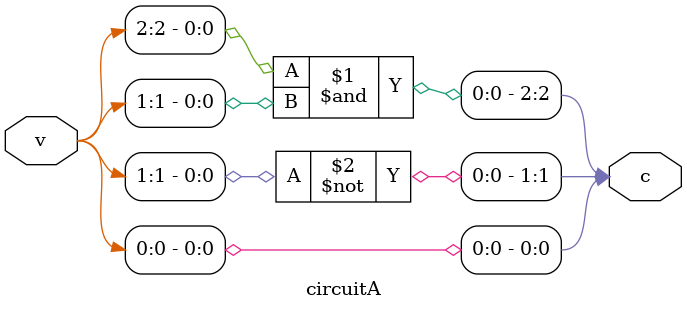
<source format=v>
module circuitA(v, c);

	input [2:0] v;
	output [2:0] c;

	assign c[2] = v[2]&v[1];
	assign c[1] = ~v[1];
	assign c[0] = v[0];

endmodule

</source>
